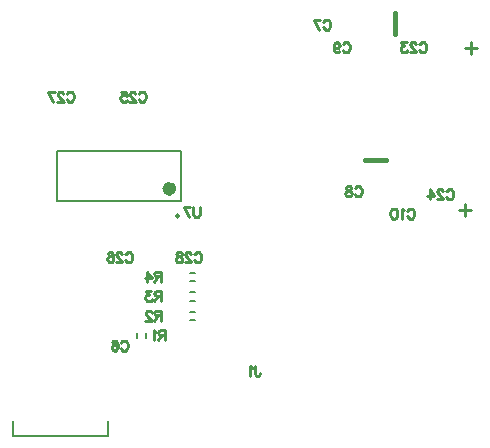
<source format=gbo>
G04 Layer_Color=13278208*
%FSLAX24Y24*%
%MOIN*%
G70*
G01*
G75*
%ADD29C,0.0100*%
%ADD57C,0.0098*%
%ADD58C,0.0236*%
%ADD60C,0.0157*%
%ADD61C,0.0079*%
D29*
X32061Y44455D02*
X32077Y44487D01*
X32109Y44519D01*
X32141Y44535D01*
X32204D01*
X32236Y44519D01*
X32268Y44487D01*
X32284Y44455D01*
X32300Y44407D01*
Y44327D01*
X32284Y44280D01*
X32268Y44248D01*
X32236Y44216D01*
X32204Y44200D01*
X32141D01*
X32109Y44216D01*
X32077Y44248D01*
X32061Y44280D01*
X31744Y44535D02*
X31903Y44200D01*
X31967Y44535D02*
X31744D01*
X27950Y38285D02*
Y38046D01*
X27934Y37998D01*
X27902Y37966D01*
X27854Y37950D01*
X27823D01*
X27775Y37966D01*
X27743Y37998D01*
X27727Y38046D01*
Y38285D01*
X27411D02*
X27571Y37950D01*
X27635Y38285D02*
X27411D01*
X29791Y32985D02*
Y32730D01*
X29807Y32682D01*
X29823Y32666D01*
X29854Y32650D01*
X29886D01*
X29918Y32666D01*
X29934Y32682D01*
X29950Y32730D01*
Y32762D01*
X29705Y32921D02*
X29673Y32937D01*
X29625Y32985D01*
Y32650D01*
X27761Y36705D02*
X27777Y36737D01*
X27809Y36769D01*
X27841Y36785D01*
X27904D01*
X27936Y36769D01*
X27968Y36737D01*
X27984Y36705D01*
X28000Y36657D01*
Y36577D01*
X27984Y36530D01*
X27968Y36498D01*
X27936Y36466D01*
X27904Y36450D01*
X27841D01*
X27809Y36466D01*
X27777Y36498D01*
X27761Y36530D01*
X27651Y36705D02*
Y36721D01*
X27635Y36753D01*
X27619Y36769D01*
X27587Y36785D01*
X27524D01*
X27492Y36769D01*
X27476Y36753D01*
X27460Y36721D01*
Y36689D01*
X27476Y36657D01*
X27508Y36609D01*
X27667Y36450D01*
X27444D01*
X27289Y36785D02*
X27337Y36769D01*
X27353Y36737D01*
Y36705D01*
X27337Y36673D01*
X27305Y36657D01*
X27242Y36641D01*
X27194Y36625D01*
X27162Y36593D01*
X27146Y36562D01*
Y36514D01*
X27162Y36482D01*
X27178Y36466D01*
X27226Y36450D01*
X27289D01*
X27337Y36466D01*
X27353Y36482D01*
X27369Y36514D01*
Y36562D01*
X27353Y36593D01*
X27321Y36625D01*
X27273Y36641D01*
X27210Y36657D01*
X27178Y36673D01*
X27162Y36705D01*
Y36737D01*
X27178Y36769D01*
X27226Y36785D01*
X27289D01*
X23511Y42055D02*
X23527Y42087D01*
X23559Y42119D01*
X23591Y42135D01*
X23654D01*
X23686Y42119D01*
X23718Y42087D01*
X23734Y42055D01*
X23750Y42007D01*
Y41927D01*
X23734Y41880D01*
X23718Y41848D01*
X23686Y41816D01*
X23654Y41800D01*
X23591D01*
X23559Y41816D01*
X23527Y41848D01*
X23511Y41880D01*
X23401Y42055D02*
Y42071D01*
X23385Y42103D01*
X23369Y42119D01*
X23337Y42135D01*
X23274D01*
X23242Y42119D01*
X23226Y42103D01*
X23210Y42071D01*
Y42039D01*
X23226Y42007D01*
X23258Y41959D01*
X23417Y41800D01*
X23194D01*
X22896Y42135D02*
X23055Y41800D01*
X23119Y42135D02*
X22896D01*
X25461Y36705D02*
X25477Y36737D01*
X25509Y36769D01*
X25541Y36785D01*
X25604D01*
X25636Y36769D01*
X25668Y36737D01*
X25684Y36705D01*
X25700Y36657D01*
Y36577D01*
X25684Y36530D01*
X25668Y36498D01*
X25636Y36466D01*
X25604Y36450D01*
X25541D01*
X25509Y36466D01*
X25477Y36498D01*
X25461Y36530D01*
X25351Y36705D02*
Y36721D01*
X25335Y36753D01*
X25319Y36769D01*
X25287Y36785D01*
X25224D01*
X25192Y36769D01*
X25176Y36753D01*
X25160Y36721D01*
Y36689D01*
X25176Y36657D01*
X25208Y36609D01*
X25367Y36450D01*
X25144D01*
X24878Y36737D02*
X24894Y36769D01*
X24942Y36785D01*
X24973D01*
X25021Y36769D01*
X25053Y36721D01*
X25069Y36641D01*
Y36562D01*
X25053Y36498D01*
X25021Y36466D01*
X24973Y36450D01*
X24958D01*
X24910Y36466D01*
X24878Y36498D01*
X24862Y36546D01*
Y36562D01*
X24878Y36609D01*
X24910Y36641D01*
X24958Y36657D01*
X24973D01*
X25021Y36641D01*
X25053Y36609D01*
X25069Y36562D01*
X25911Y42055D02*
X25927Y42087D01*
X25959Y42119D01*
X25991Y42135D01*
X26054D01*
X26086Y42119D01*
X26118Y42087D01*
X26134Y42055D01*
X26150Y42007D01*
Y41927D01*
X26134Y41880D01*
X26118Y41848D01*
X26086Y41816D01*
X26054Y41800D01*
X25991D01*
X25959Y41816D01*
X25927Y41848D01*
X25911Y41880D01*
X25801Y42055D02*
Y42071D01*
X25785Y42103D01*
X25769Y42119D01*
X25737Y42135D01*
X25674D01*
X25642Y42119D01*
X25626Y42103D01*
X25610Y42071D01*
Y42039D01*
X25626Y42007D01*
X25658Y41959D01*
X25817Y41800D01*
X25594D01*
X25328Y42135D02*
X25487D01*
X25503Y41991D01*
X25487Y42007D01*
X25439Y42023D01*
X25392D01*
X25344Y42007D01*
X25312Y41975D01*
X25296Y41927D01*
Y41896D01*
X25312Y41848D01*
X25344Y41816D01*
X25392Y41800D01*
X25439D01*
X25487Y41816D01*
X25503Y41832D01*
X25519Y41864D01*
X36161Y38805D02*
X36177Y38837D01*
X36209Y38869D01*
X36241Y38885D01*
X36304D01*
X36336Y38869D01*
X36368Y38837D01*
X36384Y38805D01*
X36400Y38757D01*
Y38677D01*
X36384Y38630D01*
X36368Y38598D01*
X36336Y38566D01*
X36304Y38550D01*
X36241D01*
X36209Y38566D01*
X36177Y38598D01*
X36161Y38630D01*
X36051Y38805D02*
Y38821D01*
X36035Y38853D01*
X36019Y38869D01*
X35987Y38885D01*
X35924D01*
X35892Y38869D01*
X35876Y38853D01*
X35860Y38821D01*
Y38789D01*
X35876Y38757D01*
X35908Y38709D01*
X36067Y38550D01*
X35844D01*
X35610Y38885D02*
X35769Y38662D01*
X35530D01*
X35610Y38885D02*
Y38550D01*
X35261Y43705D02*
X35277Y43737D01*
X35309Y43769D01*
X35341Y43785D01*
X35404D01*
X35436Y43769D01*
X35468Y43737D01*
X35484Y43705D01*
X35500Y43657D01*
Y43577D01*
X35484Y43530D01*
X35468Y43498D01*
X35436Y43466D01*
X35404Y43450D01*
X35341D01*
X35309Y43466D01*
X35277Y43498D01*
X35261Y43530D01*
X35151Y43705D02*
Y43721D01*
X35135Y43753D01*
X35119Y43769D01*
X35087Y43785D01*
X35024D01*
X34992Y43769D01*
X34976Y43753D01*
X34960Y43721D01*
Y43689D01*
X34976Y43657D01*
X35008Y43609D01*
X35167Y43450D01*
X34944D01*
X34837Y43785D02*
X34662D01*
X34758Y43657D01*
X34710D01*
X34678Y43641D01*
X34662Y43625D01*
X34646Y43577D01*
Y43546D01*
X34662Y43498D01*
X34694Y43466D01*
X34742Y43450D01*
X34789D01*
X34837Y43466D01*
X34853Y43482D01*
X34869Y43514D01*
X25311Y33755D02*
X25327Y33787D01*
X25359Y33819D01*
X25391Y33835D01*
X25454D01*
X25486Y33819D01*
X25518Y33787D01*
X25534Y33755D01*
X25550Y33707D01*
Y33627D01*
X25534Y33580D01*
X25518Y33548D01*
X25486Y33516D01*
X25454Y33500D01*
X25391D01*
X25359Y33516D01*
X25327Y33548D01*
X25311Y33580D01*
X25026Y33787D02*
X25042Y33819D01*
X25090Y33835D01*
X25121D01*
X25169Y33819D01*
X25201Y33771D01*
X25217Y33691D01*
Y33612D01*
X25201Y33548D01*
X25169Y33516D01*
X25121Y33500D01*
X25105D01*
X25058Y33516D01*
X25026Y33548D01*
X25010Y33596D01*
Y33612D01*
X25026Y33659D01*
X25058Y33691D01*
X25105Y33707D01*
X25121D01*
X25169Y33691D01*
X25201Y33659D01*
X25217Y33612D01*
X33111Y38905D02*
X33127Y38937D01*
X33159Y38969D01*
X33191Y38985D01*
X33254D01*
X33286Y38969D01*
X33318Y38937D01*
X33334Y38905D01*
X33350Y38857D01*
Y38777D01*
X33334Y38730D01*
X33318Y38698D01*
X33286Y38666D01*
X33254Y38650D01*
X33191D01*
X33159Y38666D01*
X33127Y38698D01*
X33111Y38730D01*
X32937Y38985D02*
X32985Y38969D01*
X33001Y38937D01*
Y38905D01*
X32985Y38873D01*
X32953Y38857D01*
X32890Y38841D01*
X32842Y38825D01*
X32810Y38793D01*
X32794Y38762D01*
Y38714D01*
X32810Y38682D01*
X32826Y38666D01*
X32874Y38650D01*
X32937D01*
X32985Y38666D01*
X33001Y38682D01*
X33017Y38714D01*
Y38762D01*
X33001Y38793D01*
X32969Y38825D01*
X32921Y38841D01*
X32858Y38857D01*
X32826Y38873D01*
X32810Y38905D01*
Y38937D01*
X32826Y38969D01*
X32874Y38985D01*
X32937D01*
X34861Y38155D02*
X34877Y38187D01*
X34909Y38219D01*
X34941Y38235D01*
X35004D01*
X35036Y38219D01*
X35068Y38187D01*
X35084Y38155D01*
X35100Y38107D01*
Y38027D01*
X35084Y37980D01*
X35068Y37948D01*
X35036Y37916D01*
X35004Y37900D01*
X34941D01*
X34909Y37916D01*
X34877Y37948D01*
X34861Y37980D01*
X34767Y38171D02*
X34735Y38187D01*
X34687Y38235D01*
Y37900D01*
X34426Y38235D02*
X34474Y38219D01*
X34506Y38171D01*
X34522Y38091D01*
Y38043D01*
X34506Y37964D01*
X34474Y37916D01*
X34426Y37900D01*
X34394D01*
X34346Y37916D01*
X34315Y37964D01*
X34299Y38043D01*
Y38091D01*
X34315Y38171D01*
X34346Y38219D01*
X34394Y38235D01*
X34426D01*
X26787Y34177D02*
Y33843D01*
Y34177D02*
X26644D01*
X26596Y34161D01*
X26580Y34145D01*
X26564Y34113D01*
Y34081D01*
X26580Y34050D01*
X26596Y34034D01*
X26644Y34018D01*
X26787D01*
X26676D02*
X26564Y33843D01*
X26489Y34113D02*
X26458Y34129D01*
X26410Y34177D01*
Y33843D01*
X26650Y34835D02*
Y34500D01*
Y34835D02*
X26507D01*
X26459Y34819D01*
X26443Y34803D01*
X26427Y34771D01*
Y34739D01*
X26443Y34707D01*
X26459Y34691D01*
X26507Y34675D01*
X26650D01*
X26538D02*
X26427Y34500D01*
X26336Y34755D02*
Y34771D01*
X26320Y34803D01*
X26304Y34819D01*
X26272Y34835D01*
X26209D01*
X26177Y34819D01*
X26161Y34803D01*
X26145Y34771D01*
Y34739D01*
X26161Y34707D01*
X26193Y34659D01*
X26352Y34500D01*
X26129D01*
X26650Y35485D02*
Y35150D01*
Y35485D02*
X26507D01*
X26459Y35469D01*
X26443Y35453D01*
X26427Y35421D01*
Y35389D01*
X26443Y35357D01*
X26459Y35341D01*
X26507Y35325D01*
X26650D01*
X26538D02*
X26427Y35150D01*
X26320Y35485D02*
X26145D01*
X26241Y35357D01*
X26193D01*
X26161Y35341D01*
X26145Y35325D01*
X26129Y35277D01*
Y35246D01*
X26145Y35198D01*
X26177Y35166D01*
X26225Y35150D01*
X26272D01*
X26320Y35166D01*
X26336Y35182D01*
X26352Y35214D01*
X26650Y36135D02*
Y35800D01*
Y36135D02*
X26507D01*
X26459Y36119D01*
X26443Y36103D01*
X26427Y36071D01*
Y36039D01*
X26443Y36007D01*
X26459Y35991D01*
X26507Y35975D01*
X26650D01*
X26538D02*
X26427Y35800D01*
X26193Y36135D02*
X26352Y35912D01*
X26113D01*
X26193Y36135D02*
Y35800D01*
X32711Y43705D02*
X32727Y43737D01*
X32759Y43769D01*
X32791Y43785D01*
X32854D01*
X32886Y43769D01*
X32918Y43737D01*
X32934Y43705D01*
X32950Y43657D01*
Y43577D01*
X32934Y43530D01*
X32918Y43498D01*
X32886Y43466D01*
X32854Y43450D01*
X32791D01*
X32759Y43466D01*
X32727Y43498D01*
X32711Y43530D01*
X32410Y43673D02*
X32426Y43625D01*
X32458Y43593D01*
X32505Y43577D01*
X32521D01*
X32569Y43593D01*
X32601Y43625D01*
X32617Y43673D01*
Y43689D01*
X32601Y43737D01*
X32569Y43769D01*
X32521Y43785D01*
X32505D01*
X32458Y43769D01*
X32426Y43737D01*
X32410Y43673D01*
Y43593D01*
X32426Y43514D01*
X32458Y43466D01*
X32505Y43450D01*
X32537D01*
X32585Y43466D01*
X32601Y43498D01*
X36600Y38200D02*
X37000D01*
X36800Y38400D02*
Y38000D01*
X36800Y43600D02*
X37200D01*
X37000Y43800D02*
Y43400D01*
D57*
X27257Y37991D02*
G03*
X27257Y37991I-49J0D01*
G01*
D58*
X27050Y38896D02*
G03*
X27050Y38896I-118J0D01*
G01*
D60*
X34463Y44046D02*
Y44754D01*
X33446Y39863D02*
X34154D01*
D61*
X26138Y33921D02*
Y34079D01*
X25862Y33921D02*
Y34079D01*
X27621Y34512D02*
X27779D01*
X27621Y34788D02*
X27779D01*
X27621Y35162D02*
X27779D01*
X27621Y35438D02*
X27779D01*
X27621Y35812D02*
X27779D01*
X27621Y36088D02*
X27779D01*
X23192Y38502D02*
Y40156D01*
X27326Y38502D02*
Y40156D01*
X23192D02*
X27326D01*
X23192Y38502D02*
X27326D01*
X21715Y30649D02*
X24885D01*
Y31168D01*
X21715Y30649D02*
Y31168D01*
M02*

</source>
